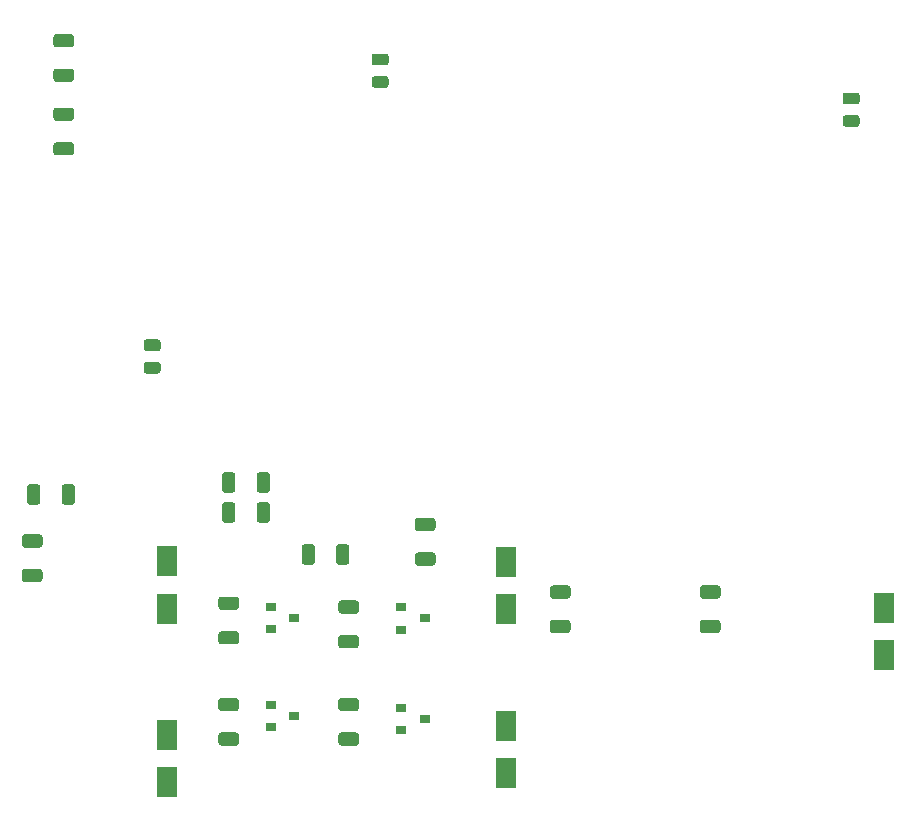
<source format=gbr>
%TF.GenerationSoftware,KiCad,Pcbnew,(5.1.8)-1*%
%TF.CreationDate,2021-07-28T15:43:50+02:00*%
%TF.ProjectId,MotherClock,4d6f7468-6572-4436-9c6f-636b2e6b6963,rev?*%
%TF.SameCoordinates,Original*%
%TF.FileFunction,Paste,Top*%
%TF.FilePolarity,Positive*%
%FSLAX46Y46*%
G04 Gerber Fmt 4.6, Leading zero omitted, Abs format (unit mm)*
G04 Created by KiCad (PCBNEW (5.1.8)-1) date 2021-07-28 15:43:50*
%MOMM*%
%LPD*%
G01*
G04 APERTURE LIST*
%ADD10R,1.800000X2.500000*%
%ADD11R,0.900000X0.800000*%
G04 APERTURE END LIST*
%TO.C,R14*%
G36*
G01*
X117230999Y-125675500D02*
X118481001Y-125675500D01*
G75*
G02*
X118731000Y-125925499I0J-249999D01*
G01*
X118731000Y-126550501D01*
G75*
G02*
X118481001Y-126800500I-249999J0D01*
G01*
X117230999Y-126800500D01*
G75*
G02*
X116981000Y-126550501I0J249999D01*
G01*
X116981000Y-125925499D01*
G75*
G02*
X117230999Y-125675500I249999J0D01*
G01*
G37*
G36*
G01*
X117230999Y-122750500D02*
X118481001Y-122750500D01*
G75*
G02*
X118731000Y-123000499I0J-249999D01*
G01*
X118731000Y-123625501D01*
G75*
G02*
X118481001Y-123875500I-249999J0D01*
G01*
X117230999Y-123875500D01*
G75*
G02*
X116981000Y-123625501I0J249999D01*
G01*
X116981000Y-123000499D01*
G75*
G02*
X117230999Y-122750500I249999J0D01*
G01*
G37*
%TD*%
%TO.C,R13*%
G36*
G01*
X120341500Y-120005001D02*
X120341500Y-118754999D01*
G75*
G02*
X120591499Y-118505000I249999J0D01*
G01*
X121216501Y-118505000D01*
G75*
G02*
X121466500Y-118754999I0J-249999D01*
G01*
X121466500Y-120005001D01*
G75*
G02*
X121216501Y-120255000I-249999J0D01*
G01*
X120591499Y-120255000D01*
G75*
G02*
X120341500Y-120005001I0J249999D01*
G01*
G37*
G36*
G01*
X117416500Y-120005001D02*
X117416500Y-118754999D01*
G75*
G02*
X117666499Y-118505000I249999J0D01*
G01*
X118291501Y-118505000D01*
G75*
G02*
X118541500Y-118754999I0J-249999D01*
G01*
X118541500Y-120005001D01*
G75*
G02*
X118291501Y-120255000I-249999J0D01*
G01*
X117666499Y-120255000D01*
G75*
G02*
X117416500Y-120005001I0J249999D01*
G01*
G37*
%TD*%
%TO.C,C7*%
G36*
G01*
X186723000Y-87252000D02*
X187673000Y-87252000D01*
G75*
G02*
X187923000Y-87502000I0J-250000D01*
G01*
X187923000Y-88002000D01*
G75*
G02*
X187673000Y-88252000I-250000J0D01*
G01*
X186723000Y-88252000D01*
G75*
G02*
X186473000Y-88002000I0J250000D01*
G01*
X186473000Y-87502000D01*
G75*
G02*
X186723000Y-87252000I250000J0D01*
G01*
G37*
G36*
G01*
X186723000Y-85352000D02*
X187673000Y-85352000D01*
G75*
G02*
X187923000Y-85602000I0J-250000D01*
G01*
X187923000Y-86102000D01*
G75*
G02*
X187673000Y-86352000I-250000J0D01*
G01*
X186723000Y-86352000D01*
G75*
G02*
X186473000Y-86102000I0J250000D01*
G01*
X186473000Y-85602000D01*
G75*
G02*
X186723000Y-85352000I250000J0D01*
G01*
G37*
%TD*%
%TO.C,C6*%
G36*
G01*
X146845000Y-83950000D02*
X147795000Y-83950000D01*
G75*
G02*
X148045000Y-84200000I0J-250000D01*
G01*
X148045000Y-84700000D01*
G75*
G02*
X147795000Y-84950000I-250000J0D01*
G01*
X146845000Y-84950000D01*
G75*
G02*
X146595000Y-84700000I0J250000D01*
G01*
X146595000Y-84200000D01*
G75*
G02*
X146845000Y-83950000I250000J0D01*
G01*
G37*
G36*
G01*
X146845000Y-82050000D02*
X147795000Y-82050000D01*
G75*
G02*
X148045000Y-82300000I0J-250000D01*
G01*
X148045000Y-82800000D01*
G75*
G02*
X147795000Y-83050000I-250000J0D01*
G01*
X146845000Y-83050000D01*
G75*
G02*
X146595000Y-82800000I0J250000D01*
G01*
X146595000Y-82300000D01*
G75*
G02*
X146845000Y-82050000I250000J0D01*
G01*
G37*
%TD*%
%TO.C,C5*%
G36*
G01*
X127541000Y-108146000D02*
X128491000Y-108146000D01*
G75*
G02*
X128741000Y-108396000I0J-250000D01*
G01*
X128741000Y-108896000D01*
G75*
G02*
X128491000Y-109146000I-250000J0D01*
G01*
X127541000Y-109146000D01*
G75*
G02*
X127291000Y-108896000I0J250000D01*
G01*
X127291000Y-108396000D01*
G75*
G02*
X127541000Y-108146000I250000J0D01*
G01*
G37*
G36*
G01*
X127541000Y-106246000D02*
X128491000Y-106246000D01*
G75*
G02*
X128741000Y-106496000I0J-250000D01*
G01*
X128741000Y-106996000D01*
G75*
G02*
X128491000Y-107246000I-250000J0D01*
G01*
X127541000Y-107246000D01*
G75*
G02*
X127291000Y-106996000I0J250000D01*
G01*
X127291000Y-106496000D01*
G75*
G02*
X127541000Y-106246000I250000J0D01*
G01*
G37*
%TD*%
D10*
%TO.C,D11*%
X189992000Y-132969000D03*
X189992000Y-128969000D03*
%TD*%
%TO.C,D10*%
X129286000Y-143700000D03*
X129286000Y-139700000D03*
%TD*%
%TO.C,D9*%
X129286000Y-129032000D03*
X129286000Y-125032000D03*
%TD*%
%TO.C,D8*%
X157988000Y-142970000D03*
X157988000Y-138970000D03*
%TD*%
%TO.C,D7*%
X157988000Y-129095000D03*
X157988000Y-125095000D03*
%TD*%
%TO.C,R12*%
G36*
G01*
X121148002Y-81523000D02*
X119897998Y-81523000D01*
G75*
G02*
X119648000Y-81273002I0J249998D01*
G01*
X119648000Y-80647998D01*
G75*
G02*
X119897998Y-80398000I249998J0D01*
G01*
X121148002Y-80398000D01*
G75*
G02*
X121398000Y-80647998I0J-249998D01*
G01*
X121398000Y-81273002D01*
G75*
G02*
X121148002Y-81523000I-249998J0D01*
G01*
G37*
G36*
G01*
X121148002Y-84448000D02*
X119897998Y-84448000D01*
G75*
G02*
X119648000Y-84198002I0J249998D01*
G01*
X119648000Y-83572998D01*
G75*
G02*
X119897998Y-83323000I249998J0D01*
G01*
X121148002Y-83323000D01*
G75*
G02*
X121398000Y-83572998I0J-249998D01*
G01*
X121398000Y-84198002D01*
G75*
G02*
X121148002Y-84448000I-249998J0D01*
G01*
G37*
%TD*%
%TO.C,R11*%
G36*
G01*
X121148002Y-87746000D02*
X119897998Y-87746000D01*
G75*
G02*
X119648000Y-87496002I0J249998D01*
G01*
X119648000Y-86870998D01*
G75*
G02*
X119897998Y-86621000I249998J0D01*
G01*
X121148002Y-86621000D01*
G75*
G02*
X121398000Y-86870998I0J-249998D01*
G01*
X121398000Y-87496002D01*
G75*
G02*
X121148002Y-87746000I-249998J0D01*
G01*
G37*
G36*
G01*
X121148002Y-90671000D02*
X119897998Y-90671000D01*
G75*
G02*
X119648000Y-90421002I0J249998D01*
G01*
X119648000Y-89795998D01*
G75*
G02*
X119897998Y-89546000I249998J0D01*
G01*
X121148002Y-89546000D01*
G75*
G02*
X121398000Y-89795998I0J-249998D01*
G01*
X121398000Y-90421002D01*
G75*
G02*
X121148002Y-90671000I-249998J0D01*
G01*
G37*
%TD*%
%TO.C,R10*%
G36*
G01*
X163185002Y-128197500D02*
X161934998Y-128197500D01*
G75*
G02*
X161685000Y-127947502I0J249998D01*
G01*
X161685000Y-127322498D01*
G75*
G02*
X161934998Y-127072500I249998J0D01*
G01*
X163185002Y-127072500D01*
G75*
G02*
X163435000Y-127322498I0J-249998D01*
G01*
X163435000Y-127947502D01*
G75*
G02*
X163185002Y-128197500I-249998J0D01*
G01*
G37*
G36*
G01*
X163185002Y-131122500D02*
X161934998Y-131122500D01*
G75*
G02*
X161685000Y-130872502I0J249998D01*
G01*
X161685000Y-130247498D01*
G75*
G02*
X161934998Y-129997500I249998J0D01*
G01*
X163185002Y-129997500D01*
G75*
G02*
X163435000Y-130247498I0J-249998D01*
G01*
X163435000Y-130872502D01*
G75*
G02*
X163185002Y-131122500I-249998J0D01*
G01*
G37*
%TD*%
%TO.C,R9*%
G36*
G01*
X133867998Y-139522500D02*
X135118002Y-139522500D01*
G75*
G02*
X135368000Y-139772498I0J-249998D01*
G01*
X135368000Y-140397502D01*
G75*
G02*
X135118002Y-140647500I-249998J0D01*
G01*
X133867998Y-140647500D01*
G75*
G02*
X133618000Y-140397502I0J249998D01*
G01*
X133618000Y-139772498D01*
G75*
G02*
X133867998Y-139522500I249998J0D01*
G01*
G37*
G36*
G01*
X133867998Y-136597500D02*
X135118002Y-136597500D01*
G75*
G02*
X135368000Y-136847498I0J-249998D01*
G01*
X135368000Y-137472502D01*
G75*
G02*
X135118002Y-137722500I-249998J0D01*
G01*
X133867998Y-137722500D01*
G75*
G02*
X133618000Y-137472502I0J249998D01*
G01*
X133618000Y-136847498D01*
G75*
G02*
X133867998Y-136597500I249998J0D01*
G01*
G37*
%TD*%
%TO.C,R8*%
G36*
G01*
X174634998Y-129993500D02*
X175885002Y-129993500D01*
G75*
G02*
X176135000Y-130243498I0J-249998D01*
G01*
X176135000Y-130868502D01*
G75*
G02*
X175885002Y-131118500I-249998J0D01*
G01*
X174634998Y-131118500D01*
G75*
G02*
X174385000Y-130868502I0J249998D01*
G01*
X174385000Y-130243498D01*
G75*
G02*
X174634998Y-129993500I249998J0D01*
G01*
G37*
G36*
G01*
X174634998Y-127068500D02*
X175885002Y-127068500D01*
G75*
G02*
X176135000Y-127318498I0J-249998D01*
G01*
X176135000Y-127943502D01*
G75*
G02*
X175885002Y-128193500I-249998J0D01*
G01*
X174634998Y-128193500D01*
G75*
G02*
X174385000Y-127943502I0J249998D01*
G01*
X174385000Y-127318498D01*
G75*
G02*
X174634998Y-127068500I249998J0D01*
G01*
G37*
%TD*%
%TO.C,R7*%
G36*
G01*
X150504998Y-124282500D02*
X151755002Y-124282500D01*
G75*
G02*
X152005000Y-124532498I0J-249998D01*
G01*
X152005000Y-125157502D01*
G75*
G02*
X151755002Y-125407500I-249998J0D01*
G01*
X150504998Y-125407500D01*
G75*
G02*
X150255000Y-125157502I0J249998D01*
G01*
X150255000Y-124532498D01*
G75*
G02*
X150504998Y-124282500I249998J0D01*
G01*
G37*
G36*
G01*
X150504998Y-121357500D02*
X151755002Y-121357500D01*
G75*
G02*
X152005000Y-121607498I0J-249998D01*
G01*
X152005000Y-122232502D01*
G75*
G02*
X151755002Y-122482500I-249998J0D01*
G01*
X150504998Y-122482500D01*
G75*
G02*
X150255000Y-122232502I0J249998D01*
G01*
X150255000Y-121607498D01*
G75*
G02*
X150504998Y-121357500I249998J0D01*
G01*
G37*
%TD*%
%TO.C,R6*%
G36*
G01*
X135118002Y-129148000D02*
X133867998Y-129148000D01*
G75*
G02*
X133618000Y-128898002I0J249998D01*
G01*
X133618000Y-128272998D01*
G75*
G02*
X133867998Y-128023000I249998J0D01*
G01*
X135118002Y-128023000D01*
G75*
G02*
X135368000Y-128272998I0J-249998D01*
G01*
X135368000Y-128898002D01*
G75*
G02*
X135118002Y-129148000I-249998J0D01*
G01*
G37*
G36*
G01*
X135118002Y-132073000D02*
X133867998Y-132073000D01*
G75*
G02*
X133618000Y-131823002I0J249998D01*
G01*
X133618000Y-131197998D01*
G75*
G02*
X133867998Y-130948000I249998J0D01*
G01*
X135118002Y-130948000D01*
G75*
G02*
X135368000Y-131197998I0J-249998D01*
G01*
X135368000Y-131823002D01*
G75*
G02*
X135118002Y-132073000I-249998J0D01*
G01*
G37*
%TD*%
%TO.C,R5*%
G36*
G01*
X136851500Y-121529002D02*
X136851500Y-120278998D01*
G75*
G02*
X137101498Y-120029000I249998J0D01*
G01*
X137726502Y-120029000D01*
G75*
G02*
X137976500Y-120278998I0J-249998D01*
G01*
X137976500Y-121529002D01*
G75*
G02*
X137726502Y-121779000I-249998J0D01*
G01*
X137101498Y-121779000D01*
G75*
G02*
X136851500Y-121529002I0J249998D01*
G01*
G37*
G36*
G01*
X133926500Y-121529002D02*
X133926500Y-120278998D01*
G75*
G02*
X134176498Y-120029000I249998J0D01*
G01*
X134801502Y-120029000D01*
G75*
G02*
X135051500Y-120278998I0J-249998D01*
G01*
X135051500Y-121529002D01*
G75*
G02*
X134801502Y-121779000I-249998J0D01*
G01*
X134176498Y-121779000D01*
G75*
G02*
X133926500Y-121529002I0J249998D01*
G01*
G37*
%TD*%
%TO.C,R4*%
G36*
G01*
X136851500Y-118989002D02*
X136851500Y-117738998D01*
G75*
G02*
X137101498Y-117489000I249998J0D01*
G01*
X137726502Y-117489000D01*
G75*
G02*
X137976500Y-117738998I0J-249998D01*
G01*
X137976500Y-118989002D01*
G75*
G02*
X137726502Y-119239000I-249998J0D01*
G01*
X137101498Y-119239000D01*
G75*
G02*
X136851500Y-118989002I0J249998D01*
G01*
G37*
G36*
G01*
X133926500Y-118989002D02*
X133926500Y-117738998D01*
G75*
G02*
X134176498Y-117489000I249998J0D01*
G01*
X134801502Y-117489000D01*
G75*
G02*
X135051500Y-117738998I0J-249998D01*
G01*
X135051500Y-118989002D01*
G75*
G02*
X134801502Y-119239000I-249998J0D01*
G01*
X134176498Y-119239000D01*
G75*
G02*
X133926500Y-118989002I0J249998D01*
G01*
G37*
%TD*%
%TO.C,R3*%
G36*
G01*
X141786500Y-123834998D02*
X141786500Y-125085002D01*
G75*
G02*
X141536502Y-125335000I-249998J0D01*
G01*
X140911498Y-125335000D01*
G75*
G02*
X140661500Y-125085002I0J249998D01*
G01*
X140661500Y-123834998D01*
G75*
G02*
X140911498Y-123585000I249998J0D01*
G01*
X141536502Y-123585000D01*
G75*
G02*
X141786500Y-123834998I0J-249998D01*
G01*
G37*
G36*
G01*
X144711500Y-123834998D02*
X144711500Y-125085002D01*
G75*
G02*
X144461502Y-125335000I-249998J0D01*
G01*
X143836498Y-125335000D01*
G75*
G02*
X143586500Y-125085002I0J249998D01*
G01*
X143586500Y-123834998D01*
G75*
G02*
X143836498Y-123585000I249998J0D01*
G01*
X144461502Y-123585000D01*
G75*
G02*
X144711500Y-123834998I0J-249998D01*
G01*
G37*
%TD*%
%TO.C,R2*%
G36*
G01*
X145278002Y-129467500D02*
X144027998Y-129467500D01*
G75*
G02*
X143778000Y-129217502I0J249998D01*
G01*
X143778000Y-128592498D01*
G75*
G02*
X144027998Y-128342500I249998J0D01*
G01*
X145278002Y-128342500D01*
G75*
G02*
X145528000Y-128592498I0J-249998D01*
G01*
X145528000Y-129217502D01*
G75*
G02*
X145278002Y-129467500I-249998J0D01*
G01*
G37*
G36*
G01*
X145278002Y-132392500D02*
X144027998Y-132392500D01*
G75*
G02*
X143778000Y-132142502I0J249998D01*
G01*
X143778000Y-131517498D01*
G75*
G02*
X144027998Y-131267500I249998J0D01*
G01*
X145278002Y-131267500D01*
G75*
G02*
X145528000Y-131517498I0J-249998D01*
G01*
X145528000Y-132142502D01*
G75*
G02*
X145278002Y-132392500I-249998J0D01*
G01*
G37*
%TD*%
%TO.C,R1*%
G36*
G01*
X144027998Y-139522500D02*
X145278002Y-139522500D01*
G75*
G02*
X145528000Y-139772498I0J-249998D01*
G01*
X145528000Y-140397502D01*
G75*
G02*
X145278002Y-140647500I-249998J0D01*
G01*
X144027998Y-140647500D01*
G75*
G02*
X143778000Y-140397502I0J249998D01*
G01*
X143778000Y-139772498D01*
G75*
G02*
X144027998Y-139522500I249998J0D01*
G01*
G37*
G36*
G01*
X144027998Y-136597500D02*
X145278002Y-136597500D01*
G75*
G02*
X145528000Y-136847498I0J-249998D01*
G01*
X145528000Y-137472502D01*
G75*
G02*
X145278002Y-137722500I-249998J0D01*
G01*
X144027998Y-137722500D01*
G75*
G02*
X143778000Y-137472502I0J249998D01*
G01*
X143778000Y-136847498D01*
G75*
G02*
X144027998Y-136597500I249998J0D01*
G01*
G37*
%TD*%
D11*
%TO.C,Q4*%
X140049000Y-138110000D03*
X138049000Y-139060000D03*
X138049000Y-137160000D03*
%TD*%
%TO.C,Q3*%
X140049000Y-129855000D03*
X138049000Y-130805000D03*
X138049000Y-128905000D03*
%TD*%
%TO.C,Q2*%
X151098000Y-138364000D03*
X149098000Y-139314000D03*
X149098000Y-137414000D03*
%TD*%
%TO.C,Q1*%
X151098000Y-129860000D03*
X149098000Y-130810000D03*
X149098000Y-128910000D03*
%TD*%
M02*

</source>
